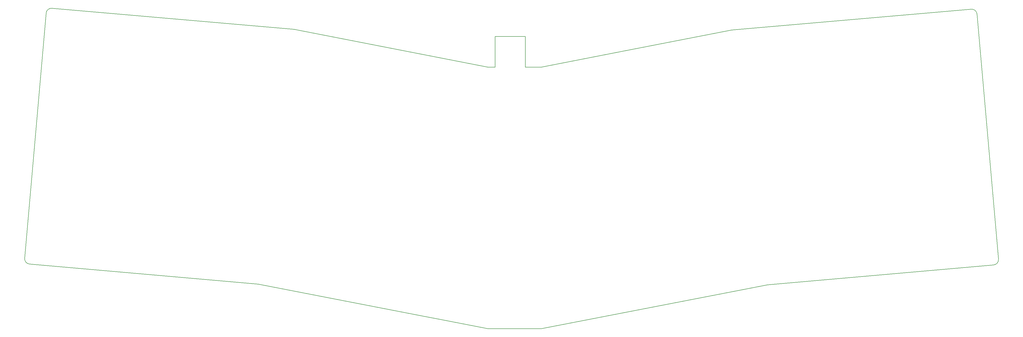
<source format=gbr>
%TF.GenerationSoftware,KiCad,Pcbnew,(6.0.5)*%
%TF.CreationDate,2023-03-29T12:06:55+08:00*%
%TF.ProjectId,ergo60,6572676f-3630-42e6-9b69-6361645f7063,rev?*%
%TF.SameCoordinates,PX3b7922bPYeed2ae*%
%TF.FileFunction,Profile,NP*%
%FSLAX46Y46*%
G04 Gerber Fmt 4.6, Leading zero omitted, Abs format (unit mm)*
G04 Created by KiCad (PCBNEW (6.0.5)) date 2023-03-29 12:06:55*
%MOMM*%
%LPD*%
G01*
G04 APERTURE LIST*
%TA.AperFunction,Profile*%
%ADD10C,0.200000*%
%TD*%
G04 APERTURE END LIST*
D10*
X302342992Y11734253D02*
X214613640Y4058931D01*
X194104250Y-95890807D02*
X215519670Y-91728068D01*
X127805986Y-9515038D02*
X125149092Y-9515036D01*
X304509703Y9916175D02*
G75*
G03*
X302342992Y11734253I-1992358J-174273D01*
G01*
X227741737Y-89352340D02*
X310553063Y-82107284D01*
X54046368Y4305931D02*
X-34655227Y12066315D01*
X-42865297Y-81775221D02*
X40918267Y-89105337D01*
X138918484Y1752116D02*
X127805989Y1752117D01*
X102013565Y-100981058D02*
X106921700Y-101935102D01*
X310553059Y-82107237D02*
G75*
G03*
X312371140Y-79940581I-174014J1992139D01*
G01*
X312371140Y-79940581D02*
X304509693Y9916174D01*
X40918267Y-89105337D02*
X102013565Y-100981058D01*
X-36821926Y10248242D02*
X-44683376Y-79608524D01*
X-44683349Y-79608526D02*
G75*
G03*
X-42865297Y-81775221I1992194J-174472D01*
G01*
X106921700Y-101935102D02*
X125149093Y-105478149D01*
X144781636Y-105478146D02*
X194104250Y-95890807D01*
X144781637Y-9515038D02*
X138918485Y-9515038D01*
X214613640Y4058931D02*
X175866884Y-3472675D01*
X175866884Y-3472675D02*
X144781637Y-9515038D01*
X125149093Y-105478149D02*
X144781636Y-105478146D01*
X215519670Y-91728068D02*
X227741737Y-89352340D01*
X138918485Y-9515038D02*
X138918484Y1752116D01*
X125149092Y-9515036D02*
X54046368Y4305931D01*
X-34655231Y12066274D02*
G75*
G03*
X-36821926Y10248242I-174324J-1992372D01*
G01*
X127805989Y1752117D02*
X127805986Y-9515038D01*
M02*

</source>
